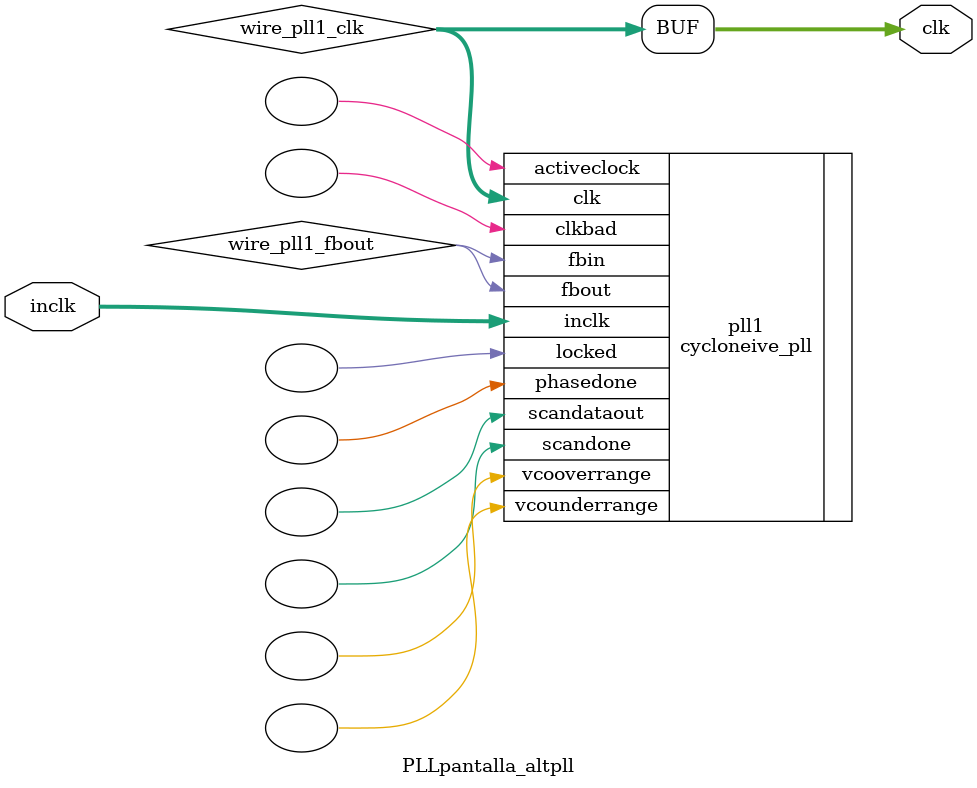
<source format=v>






//synthesis_resources = cycloneive_pll 1 
//synopsys translate_off
`timescale 1 ps / 1 ps
//synopsys translate_on
module  PLLpantalla_altpll
	( 
	clk,
	inclk) /* synthesis synthesis_clearbox=1 */;
	output   [4:0]  clk;
	input   [1:0]  inclk;
`ifndef ALTERA_RESERVED_QIS
// synopsys translate_off
`endif
	tri0   [1:0]  inclk;
`ifndef ALTERA_RESERVED_QIS
// synopsys translate_on
`endif

	wire  [4:0]   wire_pll1_clk;
	wire  wire_pll1_fbout;

	cycloneive_pll   pll1
	( 
	.activeclock(),
	.clk(wire_pll1_clk),
	.clkbad(),
	.fbin(wire_pll1_fbout),
	.fbout(wire_pll1_fbout),
	.inclk(inclk),
	.locked(),
	.phasedone(),
	.scandataout(),
	.scandone(),
	.vcooverrange(),
	.vcounderrange()
	`ifndef FORMAL_VERIFICATION
	// synopsys translate_off
	`endif
	,
	.areset(1'b0),
	.clkswitch(1'b0),
	.configupdate(1'b0),
	.pfdena(1'b1),
	.phasecounterselect({3{1'b0}}),
	.phasestep(1'b0),
	.phaseupdown(1'b0),
	.scanclk(1'b0),
	.scanclkena(1'b1),
	.scandata(1'b0)
	`ifndef FORMAL_VERIFICATION
	// synopsys translate_on
	`endif
	);
	defparam
		pll1.bandwidth_type = "auto",
		pll1.clk0_divide_by = 25,
		pll1.clk0_duty_cycle = 50,
		pll1.clk0_multiply_by = 54,
		pll1.clk0_phase_shift = "0",
		pll1.compensate_clock = "clk0",
		pll1.inclk0_input_frequency = 20000,
		pll1.operation_mode = "normal",
		pll1.pll_type = "auto",
		pll1.lpm_type = "cycloneive_pll";
	assign
		clk = {wire_pll1_clk[4:0]};
endmodule //PLLpantalla_altpll
//VALID FILE

</source>
